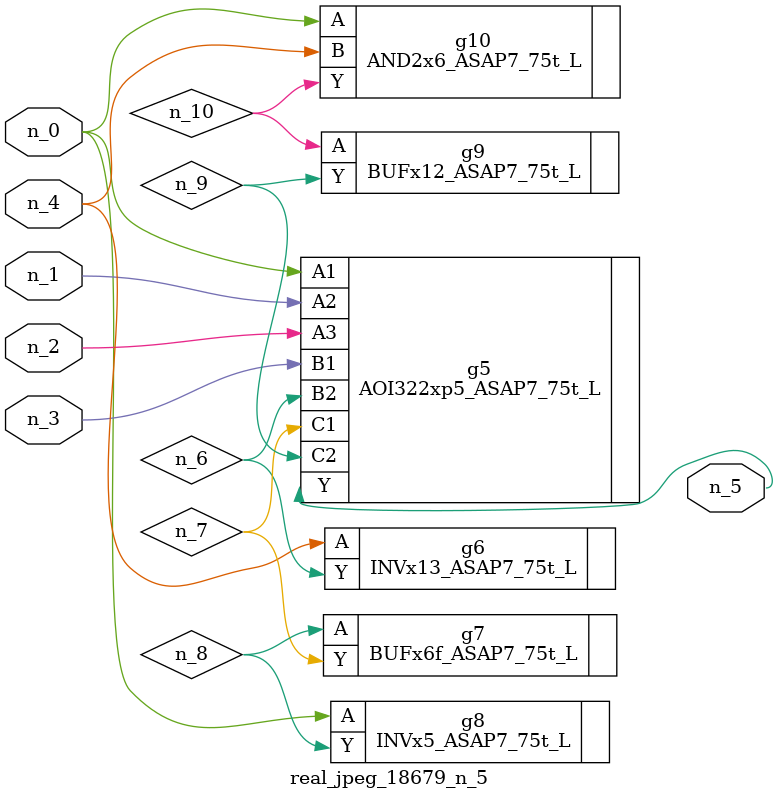
<source format=v>
module real_jpeg_18679_n_5 (n_4, n_0, n_1, n_2, n_3, n_5);

input n_4;
input n_0;
input n_1;
input n_2;
input n_3;

output n_5;

wire n_8;
wire n_6;
wire n_7;
wire n_10;
wire n_9;

AOI322xp5_ASAP7_75t_L g5 ( 
.A1(n_0),
.A2(n_1),
.A3(n_2),
.B1(n_3),
.B2(n_6),
.C1(n_7),
.C2(n_9),
.Y(n_5)
);

INVx5_ASAP7_75t_L g8 ( 
.A(n_0),
.Y(n_8)
);

AND2x6_ASAP7_75t_L g10 ( 
.A(n_0),
.B(n_4),
.Y(n_10)
);

INVx13_ASAP7_75t_L g6 ( 
.A(n_4),
.Y(n_6)
);

BUFx6f_ASAP7_75t_L g7 ( 
.A(n_8),
.Y(n_7)
);

BUFx12_ASAP7_75t_L g9 ( 
.A(n_10),
.Y(n_9)
);


endmodule
</source>
